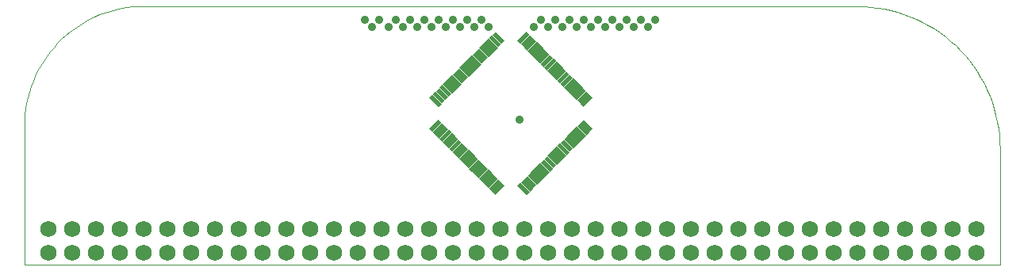
<source format=gts>
G75*
G70*
%OFA0B0*%
%FSLAX24Y24*%
%IPPOS*%
%LPD*%
%AMOC8*
5,1,8,0,0,1.08239X$1,22.5*
%
%ADD10C,0.0000*%
%ADD11R,0.0186X0.0552*%
%ADD12R,0.0552X0.0186*%
%ADD13C,0.0680*%
%ADD14C,0.0358*%
D10*
X000183Y002893D02*
X000183Y008750D01*
X000182Y008750D02*
X000188Y008989D01*
X000205Y009227D01*
X000233Y009464D01*
X000273Y009699D01*
X000323Y009932D01*
X000385Y010163D01*
X000458Y010390D01*
X000541Y010614D01*
X000635Y010833D01*
X000739Y011048D01*
X000854Y011257D01*
X000978Y011461D01*
X001112Y011658D01*
X001255Y011849D01*
X001407Y012033D01*
X001567Y012210D01*
X001736Y012379D01*
X001913Y012539D01*
X002097Y012691D01*
X002288Y012834D01*
X002485Y012968D01*
X002689Y013092D01*
X002898Y013207D01*
X003113Y013311D01*
X003332Y013405D01*
X003556Y013488D01*
X003783Y013561D01*
X004014Y013623D01*
X004247Y013673D01*
X004482Y013713D01*
X004719Y013741D01*
X004957Y013758D01*
X005196Y013764D01*
X005196Y013763D02*
X035171Y013763D01*
X035171Y013764D02*
X035457Y013757D01*
X035742Y013737D01*
X036025Y013703D01*
X036307Y013655D01*
X036586Y013595D01*
X036863Y013521D01*
X037135Y013434D01*
X037402Y013334D01*
X037665Y013221D01*
X037922Y013097D01*
X038173Y012960D01*
X038417Y012811D01*
X038654Y012651D01*
X038882Y012479D01*
X039103Y012298D01*
X039314Y012105D01*
X039516Y011903D01*
X039709Y011692D01*
X039890Y011471D01*
X040062Y011243D01*
X040222Y011006D01*
X040371Y010762D01*
X040508Y010511D01*
X040632Y010254D01*
X040745Y009991D01*
X040845Y009724D01*
X040932Y009452D01*
X041006Y009175D01*
X041066Y008896D01*
X041114Y008614D01*
X041148Y008331D01*
X041168Y008046D01*
X041175Y007760D01*
X041175Y002893D01*
X000183Y002893D01*
D11*
G36*
X021425Y005960D02*
X021294Y005829D01*
X020905Y006218D01*
X021036Y006349D01*
X021425Y005960D01*
G37*
G36*
X021564Y006100D02*
X021433Y005969D01*
X021044Y006358D01*
X021175Y006489D01*
X021564Y006100D01*
G37*
G36*
X021703Y006239D02*
X021572Y006108D01*
X021183Y006497D01*
X021314Y006628D01*
X021703Y006239D01*
G37*
G36*
X021843Y006378D02*
X021712Y006247D01*
X021323Y006636D01*
X021454Y006767D01*
X021843Y006378D01*
G37*
G36*
X021982Y006517D02*
X021851Y006386D01*
X021462Y006775D01*
X021593Y006906D01*
X021982Y006517D01*
G37*
G36*
X022121Y006656D02*
X021990Y006525D01*
X021601Y006914D01*
X021732Y007045D01*
X022121Y006656D01*
G37*
G36*
X022260Y006796D02*
X022129Y006665D01*
X021740Y007054D01*
X021871Y007185D01*
X022260Y006796D01*
G37*
G36*
X022399Y006935D02*
X022268Y006804D01*
X021879Y007193D01*
X022010Y007324D01*
X022399Y006935D01*
G37*
G36*
X022539Y007074D02*
X022408Y006943D01*
X022019Y007332D01*
X022150Y007463D01*
X022539Y007074D01*
G37*
G36*
X022678Y007213D02*
X022547Y007082D01*
X022158Y007471D01*
X022289Y007602D01*
X022678Y007213D01*
G37*
G36*
X022817Y007352D02*
X022686Y007221D01*
X022297Y007610D01*
X022428Y007741D01*
X022817Y007352D01*
G37*
G36*
X022956Y007492D02*
X022825Y007361D01*
X022436Y007750D01*
X022567Y007881D01*
X022956Y007492D01*
G37*
G36*
X023095Y007631D02*
X022964Y007500D01*
X022575Y007889D01*
X022706Y008020D01*
X023095Y007631D01*
G37*
G36*
X023235Y007770D02*
X023104Y007639D01*
X022715Y008028D01*
X022846Y008159D01*
X023235Y007770D01*
G37*
G36*
X023374Y007909D02*
X023243Y007778D01*
X022854Y008167D01*
X022985Y008298D01*
X023374Y007909D01*
G37*
G36*
X023513Y008048D02*
X023382Y007917D01*
X022993Y008306D01*
X023124Y008437D01*
X023513Y008048D01*
G37*
G36*
X023652Y008188D02*
X023521Y008057D01*
X023132Y008446D01*
X023263Y008577D01*
X023652Y008188D01*
G37*
G36*
X023791Y008327D02*
X023660Y008196D01*
X023271Y008585D01*
X023402Y008716D01*
X023791Y008327D01*
G37*
G36*
X023930Y008466D02*
X023799Y008335D01*
X023410Y008724D01*
X023541Y008855D01*
X023930Y008466D01*
G37*
G36*
X024070Y008605D02*
X023939Y008474D01*
X023550Y008863D01*
X023681Y008994D01*
X024070Y008605D01*
G37*
G36*
X018418Y010359D02*
X018287Y010228D01*
X017898Y010617D01*
X018029Y010748D01*
X018418Y010359D01*
G37*
G36*
X018558Y010498D02*
X018427Y010367D01*
X018038Y010756D01*
X018169Y010887D01*
X018558Y010498D01*
G37*
G36*
X018697Y010637D02*
X018566Y010506D01*
X018177Y010895D01*
X018308Y011026D01*
X018697Y010637D01*
G37*
G36*
X018836Y010777D02*
X018705Y010646D01*
X018316Y011035D01*
X018447Y011166D01*
X018836Y010777D01*
G37*
G36*
X018975Y010916D02*
X018844Y010785D01*
X018455Y011174D01*
X018586Y011305D01*
X018975Y010916D01*
G37*
G36*
X019114Y011055D02*
X018983Y010924D01*
X018594Y011313D01*
X018725Y011444D01*
X019114Y011055D01*
G37*
G36*
X019254Y011194D02*
X019123Y011063D01*
X018734Y011452D01*
X018865Y011583D01*
X019254Y011194D01*
G37*
G36*
X019393Y011333D02*
X019262Y011202D01*
X018873Y011591D01*
X019004Y011722D01*
X019393Y011333D01*
G37*
G36*
X019532Y011473D02*
X019401Y011342D01*
X019012Y011731D01*
X019143Y011862D01*
X019532Y011473D01*
G37*
G36*
X019671Y011612D02*
X019540Y011481D01*
X019151Y011870D01*
X019282Y012001D01*
X019671Y011612D01*
G37*
G36*
X019810Y011751D02*
X019679Y011620D01*
X019290Y012009D01*
X019421Y012140D01*
X019810Y011751D01*
G37*
G36*
X019950Y011890D02*
X019819Y011759D01*
X019430Y012148D01*
X019561Y012279D01*
X019950Y011890D01*
G37*
G36*
X020089Y012029D02*
X019958Y011898D01*
X019569Y012287D01*
X019700Y012418D01*
X020089Y012029D01*
G37*
G36*
X020228Y012169D02*
X020097Y012038D01*
X019708Y012427D01*
X019839Y012558D01*
X020228Y012169D01*
G37*
G36*
X020367Y012308D02*
X020236Y012177D01*
X019847Y012566D01*
X019978Y012697D01*
X020367Y012308D01*
G37*
G36*
X018279Y010220D02*
X018148Y010089D01*
X017759Y010478D01*
X017890Y010609D01*
X018279Y010220D01*
G37*
G36*
X018140Y010081D02*
X018009Y009950D01*
X017620Y010339D01*
X017751Y010470D01*
X018140Y010081D01*
G37*
G36*
X018001Y009941D02*
X017870Y009810D01*
X017481Y010199D01*
X017612Y010330D01*
X018001Y009941D01*
G37*
G36*
X017862Y009802D02*
X017731Y009671D01*
X017342Y010060D01*
X017473Y010191D01*
X017862Y009802D01*
G37*
G36*
X017722Y009663D02*
X017591Y009532D01*
X017202Y009921D01*
X017333Y010052D01*
X017722Y009663D01*
G37*
D12*
G36*
X017722Y008863D02*
X017333Y008474D01*
X017202Y008605D01*
X017591Y008994D01*
X017722Y008863D01*
G37*
G36*
X017862Y008724D02*
X017473Y008335D01*
X017342Y008466D01*
X017731Y008855D01*
X017862Y008724D01*
G37*
G36*
X018001Y008585D02*
X017612Y008196D01*
X017481Y008327D01*
X017870Y008716D01*
X018001Y008585D01*
G37*
G36*
X018140Y008446D02*
X017751Y008057D01*
X017620Y008188D01*
X018009Y008577D01*
X018140Y008446D01*
G37*
G36*
X018279Y008306D02*
X017890Y007917D01*
X017759Y008048D01*
X018148Y008437D01*
X018279Y008306D01*
G37*
G36*
X018418Y008167D02*
X018029Y007778D01*
X017898Y007909D01*
X018287Y008298D01*
X018418Y008167D01*
G37*
G36*
X018558Y008028D02*
X018169Y007639D01*
X018038Y007770D01*
X018427Y008159D01*
X018558Y008028D01*
G37*
G36*
X018697Y007889D02*
X018308Y007500D01*
X018177Y007631D01*
X018566Y008020D01*
X018697Y007889D01*
G37*
G36*
X018836Y007750D02*
X018447Y007361D01*
X018316Y007492D01*
X018705Y007881D01*
X018836Y007750D01*
G37*
G36*
X018975Y007610D02*
X018586Y007221D01*
X018455Y007352D01*
X018844Y007741D01*
X018975Y007610D01*
G37*
G36*
X019114Y007471D02*
X018725Y007082D01*
X018594Y007213D01*
X018983Y007602D01*
X019114Y007471D01*
G37*
G36*
X019254Y007332D02*
X018865Y006943D01*
X018734Y007074D01*
X019123Y007463D01*
X019254Y007332D01*
G37*
G36*
X019393Y007193D02*
X019004Y006804D01*
X018873Y006935D01*
X019262Y007324D01*
X019393Y007193D01*
G37*
G36*
X019532Y007054D02*
X019143Y006665D01*
X019012Y006796D01*
X019401Y007185D01*
X019532Y007054D01*
G37*
G36*
X019671Y006914D02*
X019282Y006525D01*
X019151Y006656D01*
X019540Y007045D01*
X019671Y006914D01*
G37*
G36*
X019810Y006775D02*
X019421Y006386D01*
X019290Y006517D01*
X019679Y006906D01*
X019810Y006775D01*
G37*
G36*
X019950Y006636D02*
X019561Y006247D01*
X019430Y006378D01*
X019819Y006767D01*
X019950Y006636D01*
G37*
G36*
X020089Y006497D02*
X019700Y006108D01*
X019569Y006239D01*
X019958Y006628D01*
X020089Y006497D01*
G37*
G36*
X020228Y006358D02*
X019839Y005969D01*
X019708Y006100D01*
X020097Y006489D01*
X020228Y006358D01*
G37*
G36*
X020367Y006218D02*
X019978Y005829D01*
X019847Y005960D01*
X020236Y006349D01*
X020367Y006218D01*
G37*
G36*
X024070Y009921D02*
X023681Y009532D01*
X023550Y009663D01*
X023939Y010052D01*
X024070Y009921D01*
G37*
G36*
X023930Y010060D02*
X023541Y009671D01*
X023410Y009802D01*
X023799Y010191D01*
X023930Y010060D01*
G37*
G36*
X023791Y010199D02*
X023402Y009810D01*
X023271Y009941D01*
X023660Y010330D01*
X023791Y010199D01*
G37*
G36*
X023652Y010339D02*
X023263Y009950D01*
X023132Y010081D01*
X023521Y010470D01*
X023652Y010339D01*
G37*
G36*
X023513Y010478D02*
X023124Y010089D01*
X022993Y010220D01*
X023382Y010609D01*
X023513Y010478D01*
G37*
G36*
X023374Y010617D02*
X022985Y010228D01*
X022854Y010359D01*
X023243Y010748D01*
X023374Y010617D01*
G37*
G36*
X023235Y010756D02*
X022846Y010367D01*
X022715Y010498D01*
X023104Y010887D01*
X023235Y010756D01*
G37*
G36*
X023095Y010895D02*
X022706Y010506D01*
X022575Y010637D01*
X022964Y011026D01*
X023095Y010895D01*
G37*
G36*
X022956Y011035D02*
X022567Y010646D01*
X022436Y010777D01*
X022825Y011166D01*
X022956Y011035D01*
G37*
G36*
X022817Y011174D02*
X022428Y010785D01*
X022297Y010916D01*
X022686Y011305D01*
X022817Y011174D01*
G37*
G36*
X022678Y011313D02*
X022289Y010924D01*
X022158Y011055D01*
X022547Y011444D01*
X022678Y011313D01*
G37*
G36*
X022539Y011452D02*
X022150Y011063D01*
X022019Y011194D01*
X022408Y011583D01*
X022539Y011452D01*
G37*
G36*
X022399Y011591D02*
X022010Y011202D01*
X021879Y011333D01*
X022268Y011722D01*
X022399Y011591D01*
G37*
G36*
X022260Y011731D02*
X021871Y011342D01*
X021740Y011473D01*
X022129Y011862D01*
X022260Y011731D01*
G37*
G36*
X022121Y011870D02*
X021732Y011481D01*
X021601Y011612D01*
X021990Y012001D01*
X022121Y011870D01*
G37*
G36*
X021982Y012009D02*
X021593Y011620D01*
X021462Y011751D01*
X021851Y012140D01*
X021982Y012009D01*
G37*
G36*
X021843Y012148D02*
X021454Y011759D01*
X021323Y011890D01*
X021712Y012279D01*
X021843Y012148D01*
G37*
G36*
X021703Y012287D02*
X021314Y011898D01*
X021183Y012029D01*
X021572Y012418D01*
X021703Y012287D01*
G37*
G36*
X021564Y012427D02*
X021175Y012038D01*
X021044Y012169D01*
X021433Y012558D01*
X021564Y012427D01*
G37*
G36*
X021425Y012566D02*
X021036Y012177D01*
X020905Y012308D01*
X021294Y012697D01*
X021425Y012566D01*
G37*
D13*
X021183Y004393D03*
X022183Y004393D03*
X023183Y004393D03*
X024183Y004393D03*
X025183Y004393D03*
X026183Y004393D03*
X027183Y004393D03*
X028183Y004393D03*
X029183Y004393D03*
X030183Y004393D03*
X031183Y004393D03*
X032183Y004393D03*
X033183Y004393D03*
X034183Y004393D03*
X035183Y004393D03*
X036183Y004393D03*
X037183Y004393D03*
X038183Y004393D03*
X039183Y004393D03*
X040183Y004393D03*
X040183Y003393D03*
X039183Y003393D03*
X038183Y003393D03*
X037183Y003393D03*
X036183Y003393D03*
X035183Y003393D03*
X034183Y003393D03*
X033183Y003393D03*
X032183Y003393D03*
X031183Y003393D03*
X030183Y003393D03*
X029183Y003393D03*
X028183Y003393D03*
X027183Y003393D03*
X026183Y003393D03*
X025183Y003393D03*
X024183Y003393D03*
X023183Y003393D03*
X022183Y003393D03*
X021183Y003393D03*
X020183Y003393D03*
X019183Y003393D03*
X018183Y003393D03*
X017183Y003393D03*
X016183Y003393D03*
X015183Y003393D03*
X014183Y003393D03*
X013183Y003393D03*
X012183Y003393D03*
X011183Y003393D03*
X010183Y003393D03*
X009183Y003393D03*
X008183Y003393D03*
X007183Y003393D03*
X006183Y003393D03*
X005183Y003393D03*
X004183Y003393D03*
X003183Y003393D03*
X002183Y003393D03*
X001183Y003393D03*
X001183Y004393D03*
X002183Y004393D03*
X003183Y004393D03*
X004183Y004393D03*
X005183Y004393D03*
X006183Y004393D03*
X007183Y004393D03*
X008183Y004393D03*
X009183Y004393D03*
X010183Y004393D03*
X011183Y004393D03*
X012183Y004393D03*
X013183Y004393D03*
X014183Y004393D03*
X015183Y004393D03*
X016183Y004393D03*
X017183Y004393D03*
X018183Y004393D03*
X019183Y004393D03*
X020183Y004393D03*
D14*
X020983Y008993D03*
X021583Y012893D03*
X022183Y012893D03*
X022783Y012893D03*
X023383Y012893D03*
X023983Y012893D03*
X024583Y012893D03*
X025183Y012893D03*
X025783Y012893D03*
X026383Y012893D03*
X026683Y013193D03*
X026083Y013193D03*
X025483Y013193D03*
X024883Y013193D03*
X024283Y013193D03*
X023683Y013193D03*
X023083Y013193D03*
X022483Y013193D03*
X021883Y013193D03*
X019683Y012893D03*
X019083Y012893D03*
X018483Y012893D03*
X017883Y012893D03*
X017283Y012893D03*
X016683Y012893D03*
X016083Y012893D03*
X015483Y012893D03*
X014783Y012893D03*
X015083Y013193D03*
X015783Y013193D03*
X016383Y013193D03*
X016983Y013193D03*
X017583Y013193D03*
X018183Y013193D03*
X018783Y013193D03*
X019383Y013193D03*
X014483Y013193D03*
M02*

</source>
